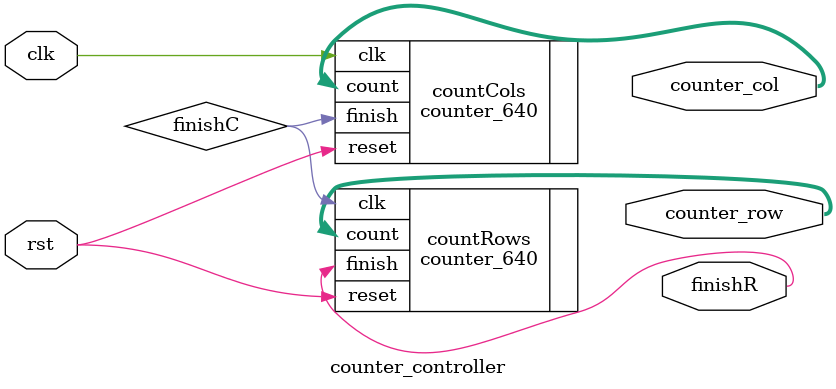
<source format=v>
`timescale 1ns / 1ps
module counter_controller(
    input clk,rst,
    output [9:0] counter_row,
    output [9:0] counter_col,
    output finishR
    );
    wire finishC;
    counter_640 countCols(
        .clk(clk),
        .reset(rst),
        .count(counter_col),
        .finish(finishC)
    );
    counter_640 countRows(
        .clk(finishC),
        .reset(rst),
        .count(counter_row),
        .finish(finishR)
    );
endmodule

</source>
